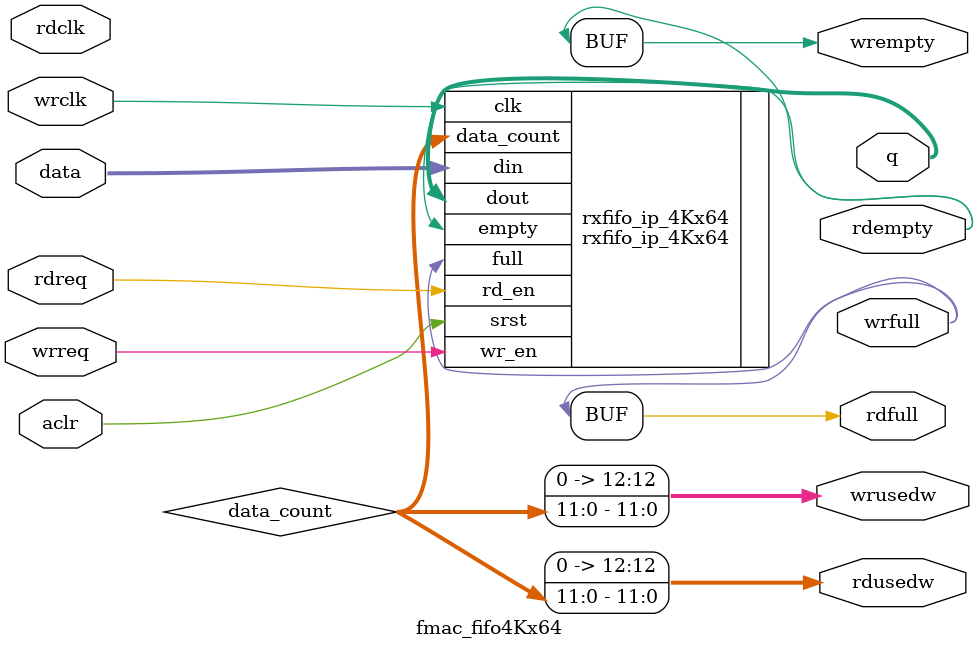
<source format=v>


`timescale 1ns / 1ns


module fmac_fifo4Kx64

(
			aclr,

			wrclk,	             // i,Clk for writing data                                 
			wrreq,               // i,request to write                                     
			data,                // i,Data coming in                                       
			wrfull,              // o,indicates fifo is full or not (To avoid overiding)   
			wrempty,             // o,indicates fifo is empty or not (to avoid underflow)               
			wrusedw,             // o,number of slots currently in use for writting                                                                           
                                                                                           
			rdclk,                // i,Clk for reading data                                
			rdreq,              	// i,Request to read from FIFO                            
			q,                  	// o,Data coming out                                      
			rdfull,             	 // o,indicates fifo is empty or not (to avoid underflow) 
			rdempty,            	  //o, number of slots currently in use for reading       
			rdusedw             	 // o,indicates fifo is full or not (To avoid overiding)  
			
);
parameter 	  WIDTH = 64,
			  DEPTH = 4096,
			  PTR	= 12;
			  
			input wire aclr;

			input  wire 				wrclk;			// Clk for writing data                                 
			input  wire 				wrreq;			// request to write                                     
			input  wire [WIDTH-1 : 0]	data;          	// Data coming in                                        
			output wire					wrfull;      	// indicates fifo is full or not (To avoid overiding)   
			output wire 			 	wrempty;     	// indicates fifo is empty or not (to avoid underflow)                         
			output wire	[PTR : 0]		wrusedw;     	// number of slots currently in use for writting                                                                                      
                                                                                                                  
			input  wire 				rdclk;       	// Clk for reading data                                  
			input  wire 				rdreq;       	// Request to read from FIFO                             
			output wire [WIDTH-1 : 0]	q;           	// Data coming out                                       
			output wire 				rdfull;       	// indicates fifo is empty or not (to avoid underflow)  
			output wire 				rdempty;     	// number of slots currently in use for reading        
			output wire [PTR  : 0] 		rdusedw;      	// indicates fifo is full or not (To avoid overiding)    


            wire		[PTR-1  : 0]	data_count;     // number of slots currently in use for writting  

	assign	wrusedw	=	{1'b0, data_count};
	assign	rdusedw	=	{1'b0, data_count};
	assign	wrempty	=	rdempty;
	assign	rdfull	=	wrfull;


rxfifo_ip_4Kx64
			//#(.WIDTH (64),	
			//	  .DEPTH (4096),
			//	  .PTR	 (12) )	
 								
	rxfifo_ip_4Kx64	  (
			.srst	(aclr),		
			
			.clk	(wrclk),			// Clk to write data
			.wr_en	(wrreq),	      	// write enable                                                
			.din	(data),		  		// write data                                                 
			.full	(wrfull),	      	// indicates fifo is full or not (To avoid overiding)           
			.data_count(data_count),	// wrusedw -number of locations filled in fifo
                                                                                                               
			.rd_en	(rdreq),	     	// i-1, read enable of data FIFO                                    
			.dout	(q),		     	// Dataout of data FIFO                              
			.empty	(rdempty)	    	// indicates fifo is empty or not (to avoid underflow)      

		 );
endmodule
</source>
